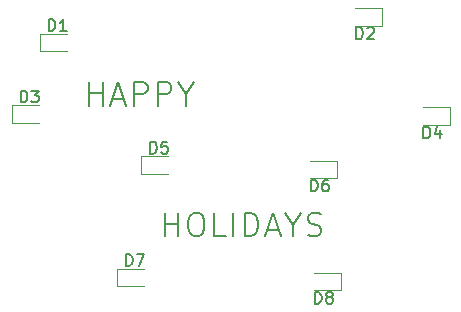
<source format=gbr>
G04 #@! TF.GenerationSoftware,KiCad,Pcbnew,(5.1.5)-3*
G04 #@! TF.CreationDate,2020-10-24T11:26:36-07:00*
G04 #@! TF.ProjectId,xmas_heart_2020,786d6173-5f68-4656-9172-745f32303230,rev?*
G04 #@! TF.SameCoordinates,Original*
G04 #@! TF.FileFunction,Legend,Top*
G04 #@! TF.FilePolarity,Positive*
%FSLAX46Y46*%
G04 Gerber Fmt 4.6, Leading zero omitted, Abs format (unit mm)*
G04 Created by KiCad (PCBNEW (5.1.5)-3) date 2020-10-24 11:26:36*
%MOMM*%
%LPD*%
G04 APERTURE LIST*
%ADD10C,0.150000*%
%ADD11C,0.120000*%
G04 APERTURE END LIST*
D10*
X99603571Y-41379761D02*
X99603571Y-39379761D01*
X99603571Y-40332142D02*
X100746428Y-40332142D01*
X100746428Y-41379761D02*
X100746428Y-39379761D01*
X102079761Y-39379761D02*
X102460714Y-39379761D01*
X102651190Y-39475000D01*
X102841666Y-39665476D01*
X102936904Y-40046428D01*
X102936904Y-40713095D01*
X102841666Y-41094047D01*
X102651190Y-41284523D01*
X102460714Y-41379761D01*
X102079761Y-41379761D01*
X101889285Y-41284523D01*
X101698809Y-41094047D01*
X101603571Y-40713095D01*
X101603571Y-40046428D01*
X101698809Y-39665476D01*
X101889285Y-39475000D01*
X102079761Y-39379761D01*
X104746428Y-41379761D02*
X103794047Y-41379761D01*
X103794047Y-39379761D01*
X105413095Y-41379761D02*
X105413095Y-39379761D01*
X106365476Y-41379761D02*
X106365476Y-39379761D01*
X106841666Y-39379761D01*
X107127380Y-39475000D01*
X107317857Y-39665476D01*
X107413095Y-39855952D01*
X107508333Y-40236904D01*
X107508333Y-40522619D01*
X107413095Y-40903571D01*
X107317857Y-41094047D01*
X107127380Y-41284523D01*
X106841666Y-41379761D01*
X106365476Y-41379761D01*
X108270238Y-40808333D02*
X109222619Y-40808333D01*
X108079761Y-41379761D02*
X108746428Y-39379761D01*
X109413095Y-41379761D01*
X110460714Y-40427380D02*
X110460714Y-41379761D01*
X109794047Y-39379761D02*
X110460714Y-40427380D01*
X111127380Y-39379761D01*
X111698809Y-41284523D02*
X111984523Y-41379761D01*
X112460714Y-41379761D01*
X112651190Y-41284523D01*
X112746428Y-41189285D01*
X112841666Y-40998809D01*
X112841666Y-40808333D01*
X112746428Y-40617857D01*
X112651190Y-40522619D01*
X112460714Y-40427380D01*
X112079761Y-40332142D01*
X111889285Y-40236904D01*
X111794047Y-40141666D01*
X111698809Y-39951190D01*
X111698809Y-39760714D01*
X111794047Y-39570238D01*
X111889285Y-39475000D01*
X112079761Y-39379761D01*
X112555952Y-39379761D01*
X112841666Y-39475000D01*
X93189285Y-30304761D02*
X93189285Y-28304761D01*
X93189285Y-29257142D02*
X94332142Y-29257142D01*
X94332142Y-30304761D02*
X94332142Y-28304761D01*
X95189285Y-29733333D02*
X96141666Y-29733333D01*
X94998809Y-30304761D02*
X95665476Y-28304761D01*
X96332142Y-30304761D01*
X96998809Y-30304761D02*
X96998809Y-28304761D01*
X97760714Y-28304761D01*
X97951190Y-28400000D01*
X98046428Y-28495238D01*
X98141666Y-28685714D01*
X98141666Y-28971428D01*
X98046428Y-29161904D01*
X97951190Y-29257142D01*
X97760714Y-29352380D01*
X96998809Y-29352380D01*
X98998809Y-30304761D02*
X98998809Y-28304761D01*
X99760714Y-28304761D01*
X99951190Y-28400000D01*
X100046428Y-28495238D01*
X100141666Y-28685714D01*
X100141666Y-28971428D01*
X100046428Y-29161904D01*
X99951190Y-29257142D01*
X99760714Y-29352380D01*
X98998809Y-29352380D01*
X101379761Y-29352380D02*
X101379761Y-30304761D01*
X100713095Y-28304761D02*
X101379761Y-29352380D01*
X102046428Y-28304761D01*
D11*
X91312500Y-24240000D02*
X89027500Y-24240000D01*
X89027500Y-24240000D02*
X89027500Y-25710000D01*
X89027500Y-25710000D02*
X91312500Y-25710000D01*
X118022500Y-22065000D02*
X115737500Y-22065000D01*
X118022500Y-23535000D02*
X118022500Y-22065000D01*
X115737500Y-23535000D02*
X118022500Y-23535000D01*
X88925000Y-30290000D02*
X86640000Y-30290000D01*
X86640000Y-30290000D02*
X86640000Y-31760000D01*
X86640000Y-31760000D02*
X88925000Y-31760000D01*
X123722500Y-30465000D02*
X121437500Y-30465000D01*
X123722500Y-31935000D02*
X123722500Y-30465000D01*
X121437500Y-31935000D02*
X123722500Y-31935000D01*
X99887500Y-34615000D02*
X97602500Y-34615000D01*
X97602500Y-34615000D02*
X97602500Y-36085000D01*
X97602500Y-36085000D02*
X99887500Y-36085000D01*
X114185000Y-34965000D02*
X111900000Y-34965000D01*
X114185000Y-36435000D02*
X114185000Y-34965000D01*
X111900000Y-36435000D02*
X114185000Y-36435000D01*
X97850000Y-44115000D02*
X95565000Y-44115000D01*
X95565000Y-44115000D02*
X95565000Y-45585000D01*
X95565000Y-45585000D02*
X97850000Y-45585000D01*
X114522500Y-44465000D02*
X112237500Y-44465000D01*
X114522500Y-45935000D02*
X114522500Y-44465000D01*
X112237500Y-45935000D02*
X114522500Y-45935000D01*
D10*
X89774404Y-23997380D02*
X89774404Y-22997380D01*
X90012500Y-22997380D01*
X90155357Y-23045000D01*
X90250595Y-23140238D01*
X90298214Y-23235476D01*
X90345833Y-23425952D01*
X90345833Y-23568809D01*
X90298214Y-23759285D01*
X90250595Y-23854523D01*
X90155357Y-23949761D01*
X90012500Y-23997380D01*
X89774404Y-23997380D01*
X91298214Y-23997380D02*
X90726785Y-23997380D01*
X91012500Y-23997380D02*
X91012500Y-22997380D01*
X90917261Y-23140238D01*
X90822023Y-23235476D01*
X90726785Y-23283095D01*
X115799404Y-24682380D02*
X115799404Y-23682380D01*
X116037500Y-23682380D01*
X116180357Y-23730000D01*
X116275595Y-23825238D01*
X116323214Y-23920476D01*
X116370833Y-24110952D01*
X116370833Y-24253809D01*
X116323214Y-24444285D01*
X116275595Y-24539523D01*
X116180357Y-24634761D01*
X116037500Y-24682380D01*
X115799404Y-24682380D01*
X116751785Y-23777619D02*
X116799404Y-23730000D01*
X116894642Y-23682380D01*
X117132738Y-23682380D01*
X117227976Y-23730000D01*
X117275595Y-23777619D01*
X117323214Y-23872857D01*
X117323214Y-23968095D01*
X117275595Y-24110952D01*
X116704166Y-24682380D01*
X117323214Y-24682380D01*
X87386904Y-30047380D02*
X87386904Y-29047380D01*
X87625000Y-29047380D01*
X87767857Y-29095000D01*
X87863095Y-29190238D01*
X87910714Y-29285476D01*
X87958333Y-29475952D01*
X87958333Y-29618809D01*
X87910714Y-29809285D01*
X87863095Y-29904523D01*
X87767857Y-29999761D01*
X87625000Y-30047380D01*
X87386904Y-30047380D01*
X88291666Y-29047380D02*
X88910714Y-29047380D01*
X88577380Y-29428333D01*
X88720238Y-29428333D01*
X88815476Y-29475952D01*
X88863095Y-29523571D01*
X88910714Y-29618809D01*
X88910714Y-29856904D01*
X88863095Y-29952142D01*
X88815476Y-29999761D01*
X88720238Y-30047380D01*
X88434523Y-30047380D01*
X88339285Y-29999761D01*
X88291666Y-29952142D01*
X121499404Y-33082380D02*
X121499404Y-32082380D01*
X121737500Y-32082380D01*
X121880357Y-32130000D01*
X121975595Y-32225238D01*
X122023214Y-32320476D01*
X122070833Y-32510952D01*
X122070833Y-32653809D01*
X122023214Y-32844285D01*
X121975595Y-32939523D01*
X121880357Y-33034761D01*
X121737500Y-33082380D01*
X121499404Y-33082380D01*
X122927976Y-32415714D02*
X122927976Y-33082380D01*
X122689880Y-32034761D02*
X122451785Y-32749047D01*
X123070833Y-32749047D01*
X98349404Y-34372380D02*
X98349404Y-33372380D01*
X98587500Y-33372380D01*
X98730357Y-33420000D01*
X98825595Y-33515238D01*
X98873214Y-33610476D01*
X98920833Y-33800952D01*
X98920833Y-33943809D01*
X98873214Y-34134285D01*
X98825595Y-34229523D01*
X98730357Y-34324761D01*
X98587500Y-34372380D01*
X98349404Y-34372380D01*
X99825595Y-33372380D02*
X99349404Y-33372380D01*
X99301785Y-33848571D01*
X99349404Y-33800952D01*
X99444642Y-33753333D01*
X99682738Y-33753333D01*
X99777976Y-33800952D01*
X99825595Y-33848571D01*
X99873214Y-33943809D01*
X99873214Y-34181904D01*
X99825595Y-34277142D01*
X99777976Y-34324761D01*
X99682738Y-34372380D01*
X99444642Y-34372380D01*
X99349404Y-34324761D01*
X99301785Y-34277142D01*
X111961904Y-37582380D02*
X111961904Y-36582380D01*
X112200000Y-36582380D01*
X112342857Y-36630000D01*
X112438095Y-36725238D01*
X112485714Y-36820476D01*
X112533333Y-37010952D01*
X112533333Y-37153809D01*
X112485714Y-37344285D01*
X112438095Y-37439523D01*
X112342857Y-37534761D01*
X112200000Y-37582380D01*
X111961904Y-37582380D01*
X113390476Y-36582380D02*
X113200000Y-36582380D01*
X113104761Y-36630000D01*
X113057142Y-36677619D01*
X112961904Y-36820476D01*
X112914285Y-37010952D01*
X112914285Y-37391904D01*
X112961904Y-37487142D01*
X113009523Y-37534761D01*
X113104761Y-37582380D01*
X113295238Y-37582380D01*
X113390476Y-37534761D01*
X113438095Y-37487142D01*
X113485714Y-37391904D01*
X113485714Y-37153809D01*
X113438095Y-37058571D01*
X113390476Y-37010952D01*
X113295238Y-36963333D01*
X113104761Y-36963333D01*
X113009523Y-37010952D01*
X112961904Y-37058571D01*
X112914285Y-37153809D01*
X96311904Y-43872380D02*
X96311904Y-42872380D01*
X96550000Y-42872380D01*
X96692857Y-42920000D01*
X96788095Y-43015238D01*
X96835714Y-43110476D01*
X96883333Y-43300952D01*
X96883333Y-43443809D01*
X96835714Y-43634285D01*
X96788095Y-43729523D01*
X96692857Y-43824761D01*
X96550000Y-43872380D01*
X96311904Y-43872380D01*
X97216666Y-42872380D02*
X97883333Y-42872380D01*
X97454761Y-43872380D01*
X112299404Y-47082380D02*
X112299404Y-46082380D01*
X112537500Y-46082380D01*
X112680357Y-46130000D01*
X112775595Y-46225238D01*
X112823214Y-46320476D01*
X112870833Y-46510952D01*
X112870833Y-46653809D01*
X112823214Y-46844285D01*
X112775595Y-46939523D01*
X112680357Y-47034761D01*
X112537500Y-47082380D01*
X112299404Y-47082380D01*
X113442261Y-46510952D02*
X113347023Y-46463333D01*
X113299404Y-46415714D01*
X113251785Y-46320476D01*
X113251785Y-46272857D01*
X113299404Y-46177619D01*
X113347023Y-46130000D01*
X113442261Y-46082380D01*
X113632738Y-46082380D01*
X113727976Y-46130000D01*
X113775595Y-46177619D01*
X113823214Y-46272857D01*
X113823214Y-46320476D01*
X113775595Y-46415714D01*
X113727976Y-46463333D01*
X113632738Y-46510952D01*
X113442261Y-46510952D01*
X113347023Y-46558571D01*
X113299404Y-46606190D01*
X113251785Y-46701428D01*
X113251785Y-46891904D01*
X113299404Y-46987142D01*
X113347023Y-47034761D01*
X113442261Y-47082380D01*
X113632738Y-47082380D01*
X113727976Y-47034761D01*
X113775595Y-46987142D01*
X113823214Y-46891904D01*
X113823214Y-46701428D01*
X113775595Y-46606190D01*
X113727976Y-46558571D01*
X113632738Y-46510952D01*
M02*

</source>
